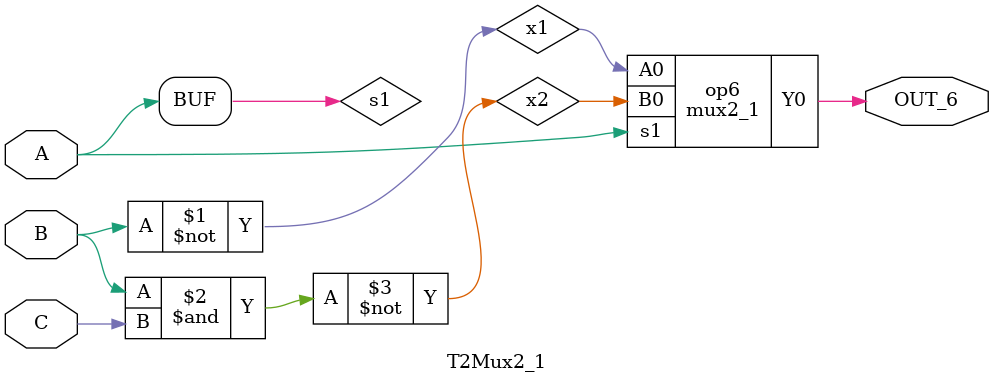
<source format=v>

module mux2_1(
	input wire s1, A0, B0, output wire Y0
);

	assign Y0 = s1? B0:A0;
endmodule

module mux4_1(
	input wire	[1:0]s1, 
	input wire A1, B1, C1, D1, 
	output wire	Y1
);

	wire Y1_1, Y1_2;

	mux2_1 r(s1[0], A1, B1, Y1_1);
	mux2_1 r2(s1[0], C1, D1, Y1_2);
	mux2_1 r3(s1[1], Y1_1, Y1_2, Y1);
endmodule

module mux8_1(
	input wire	[2:0]s1, 
	input wire	A2, B2, C2, D2, E2, F2, G2, H2,
	output wire	Y2 
	);
	wire Y2_1, Y2_2;

	mux4_1 r1(s1[1:0], A2, B2, C2, D2, Y2_1);
	mux4_1 r2(s1[1:0], E2, F2, G2, H2, Y2_2);
	mux2_1 r3(s1[2], Y2_1, Y2_2, Y2);
endmodule

//Tabla 1 con mux 8:1
module T1Mux8_1(
	input wire	A, B, C, hi, lo,
	output wire	OUT_1
);
	wire [2:0]s1;
	assign s1[0] = C;
	assign s1[1] = B;
	assign s1[2] = A;
	

	mux8_1 op1(s1[2:0], lo, hi, hi, lo, hi, lo, lo, hi, OUT_1);
endmodule

module T1Mux4_1(
	input wire	A, B, C,
	output wire	OUT_2	
);

	wire [1:0]s1;
	assign s1[0] = B;
	assign s1[1] = A;
	mux4_1 op2(s1[1:0], C, ~C, ~C, C, OUT_2);
endmodule

module T1Mux2_1(
	input wire	A, B, C,
	output wire	OUT_3
	);
	
	wire s1, n1, n2;
	assign s1 = A;
	assign n1 = B^C;
	assign n2 = ~(B^C);
	mux2_1 op3(s1, n1, n2, OUT_3);
endmodule

module T2Mux8_1(
	input wire	A, B, C, hi, lo,
	output wire	OUT_4
	);

	wire [2:0]s1;
	assign s1[0] = C;
	assign s1[1] = B;
	assign s1[2] = A;

	mux8_1 op4(s1[2:0], hi, hi, lo, lo, lo, hi, hi, lo, OUT_4);
endmodule

module T2Mux4_1(
	input wire A, B, C,
	output wire OUT_5
	);
	
	wire	[1:0]s1;
	wire hi, lo;
	assign lo = 0;
	assign hi = 1;
	assign	s1[0] = B;
	assign	s1[1] = A;
	mux4_1 	op5(s1[1:0], hi, lo, hi, ~C, OUT_5);
endmodule

module T2Mux2_1(
	input wire A, B, C,
	output wire OUT_6
	);
	wire	s1, x1, x2;
	assign	s1 = A;
	assign	x1 = ~B;
	assign	x2 = ~(B & C);

	mux2_1 op6(s1, x1, x2, OUT_6); 
endmodule
</source>
